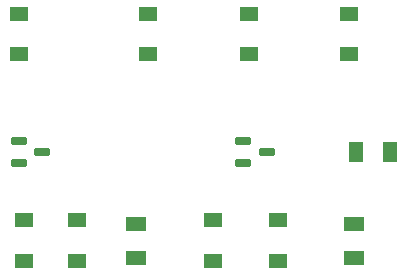
<source format=gtp>
G04 #@! TF.GenerationSoftware,KiCad,Pcbnew,8.0.9*
G04 #@! TF.CreationDate,2025-05-02T01:54:32-05:00*
G04 #@! TF.ProjectId,GSR sensor,47535220-7365-46e7-936f-722e6b696361,rev?*
G04 #@! TF.SameCoordinates,Original*
G04 #@! TF.FileFunction,Paste,Top*
G04 #@! TF.FilePolarity,Positive*
%FSLAX46Y46*%
G04 Gerber Fmt 4.6, Leading zero omitted, Abs format (unit mm)*
G04 Created by KiCad (PCBNEW 8.0.9) date 2025-05-02 01:54:32*
%MOMM*%
%LPD*%
G01*
G04 APERTURE LIST*
G04 Aperture macros list*
%AMRoundRect*
0 Rectangle with rounded corners*
0 $1 Rounding radius*
0 $2 $3 $4 $5 $6 $7 $8 $9 X,Y pos of 4 corners*
0 Add a 4 corners polygon primitive as box body*
4,1,4,$2,$3,$4,$5,$6,$7,$8,$9,$2,$3,0*
0 Add four circle primitives for the rounded corners*
1,1,$1+$1,$2,$3*
1,1,$1+$1,$4,$5*
1,1,$1+$1,$6,$7*
1,1,$1+$1,$8,$9*
0 Add four rect primitives between the rounded corners*
20,1,$1+$1,$2,$3,$4,$5,0*
20,1,$1+$1,$4,$5,$6,$7,0*
20,1,$1+$1,$6,$7,$8,$9,0*
20,1,$1+$1,$8,$9,$2,$3,0*%
G04 Aperture macros list end*
%ADD10R,1.500000X1.250000*%
%ADD11R,1.820000X1.210000*%
%ADD12RoundRect,0.075000X-0.585000X-0.225000X0.585000X-0.225000X0.585000X0.225000X-0.585000X0.225000X0*%
%ADD13R,1.210000X1.820000*%
G04 APERTURE END LIST*
D10*
X118938000Y-62775000D03*
X118938000Y-66225000D03*
D11*
X125438000Y-63050000D03*
X125438000Y-65950000D03*
D10*
X116500000Y-45275000D03*
X116500000Y-48725000D03*
X97438000Y-62775000D03*
X97438000Y-66225000D03*
X97000000Y-45275000D03*
X97000000Y-48725000D03*
D11*
X106938000Y-63050000D03*
X106938000Y-65950000D03*
D10*
X125000000Y-45275000D03*
X125000000Y-48725000D03*
X101938000Y-62775000D03*
X101938000Y-66225000D03*
X113438000Y-62775000D03*
X113438000Y-66225000D03*
D12*
X116000000Y-56050000D03*
X116000000Y-57950000D03*
X118000000Y-57000000D03*
X97000000Y-56050000D03*
X97000000Y-57950000D03*
X99000000Y-57000000D03*
D10*
X108000000Y-45275000D03*
X108000000Y-48725000D03*
D13*
X125550000Y-57000000D03*
X128450000Y-57000000D03*
M02*

</source>
